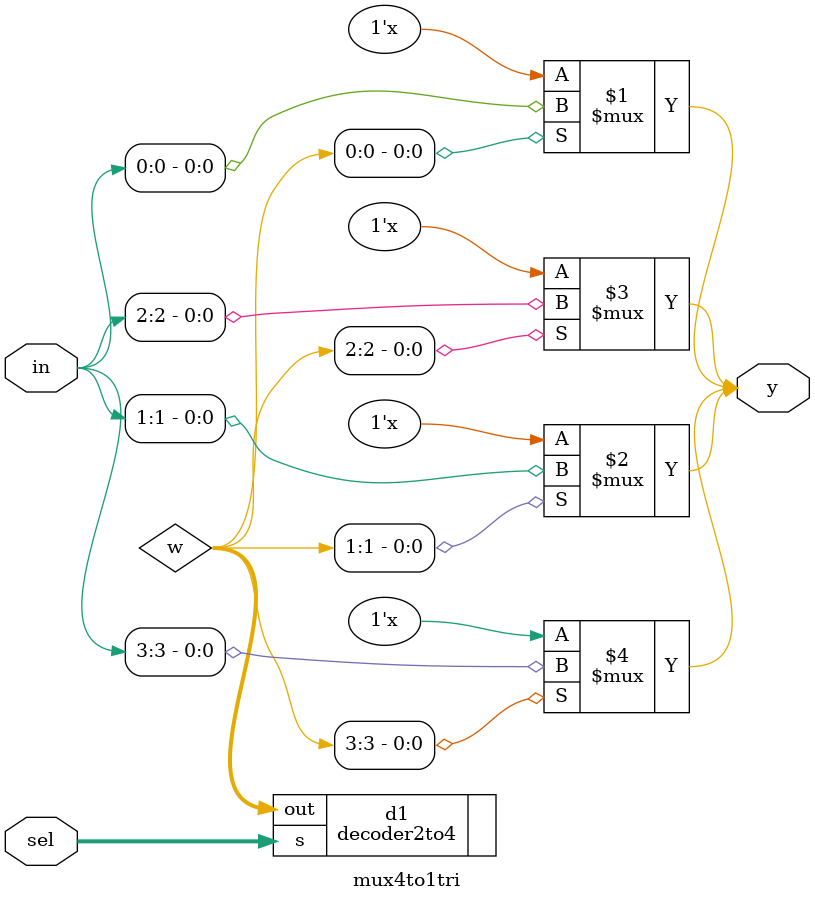
<source format=v>
module mux4to1tri (input [1:0] sel,
					input [3:0] in,
					output y);
					
		wire [3:0] w;
		
		decoder2to4 d1 (.s(sel), .out(w));
		
		bufif1 b1 (y,in[0],w[0]);
		bufif1 b2 (y,in[1],w[1]);
		bufif1 b3 (y,in[2],w[2]);
		bufif1 b4 (y,in[3],w[3]);
		
		
		endmodule
		
</source>
